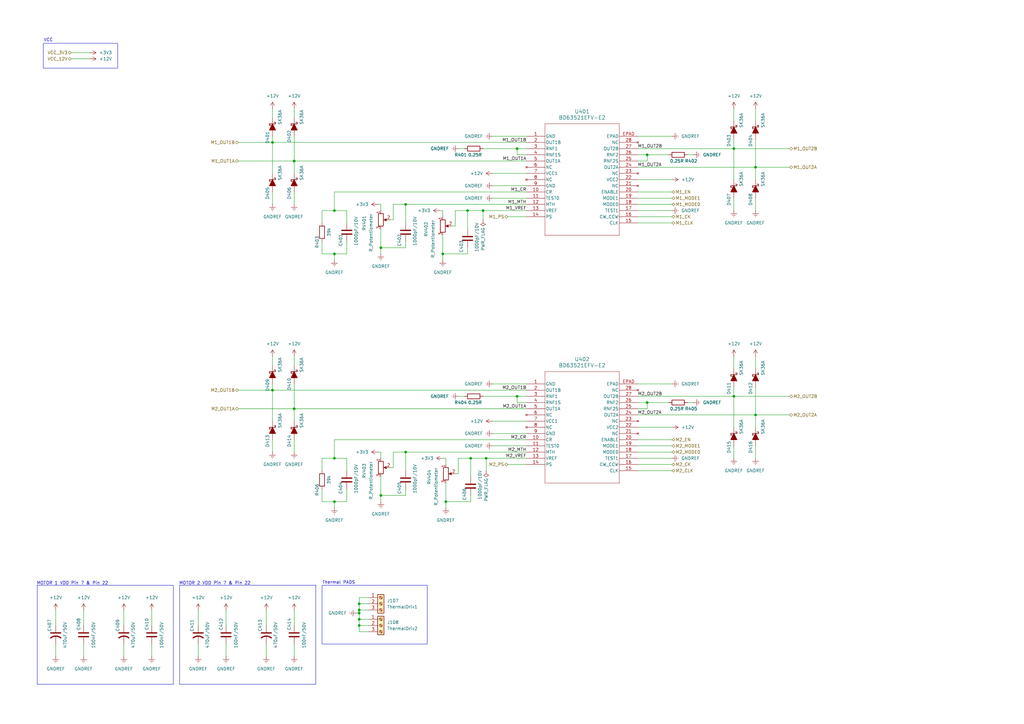
<source format=kicad_sch>
(kicad_sch (version 20250114) (generator "eeschema") (generator_version "9.0")
  (paper "A3")
  (lib_symbols
    (symbol "BD63521EFV-E2:BD63521EFV-E2" (pin_names (offset 0.254))
      (property "Reference" "U" (at 22.86 10.16 0))
      (property "Value" "BD63521EFV-E2" (at 22.86 7.62 0))
      (symbol "BD63521EFV-E2_0_1"
        (polyline (pts (xy 7.62 5.08) (xy 7.62 -40.64)) (stroke (width 0.127)))
        (polyline (pts (xy 7.62 -40.64) (xy 38.1 -40.64)) (stroke (width 0.127)))
        (polyline (pts (xy 38.1 5.08) (xy 7.62 5.08)) (stroke (width 0.127)))
        (polyline (pts (xy 38.1 -40.64) (xy 38.1 5.08)) (stroke (width 0.127)))
        (pin power_out line (at 0 0 0) (length 7.62) (name "GND") (number "1"))
        (pin output line (at 0 -2.54 0) (length 7.62) (name "OUT1B") (number "2"))
        (pin bidirectional line (at 0 -5.08 0) (length 7.62) (name "RNF1") (number "3"))
        (pin bidirectional line (at 0 -7.62 0) (length 7.62) (name "RNF1S") (number "4"))
        (pin output line (at 0 -10.16 0) (length 7.62) (name "OUT1A") (number "5"))
        (pin no_connect line (at 0 -12.7 0) (length 7.62) (name "NC") (number "6"))
        (pin power_in line (at 0 -15.24 0) (length 7.62) (name "VCC1") (number "7"))
        (pin no_connect line (at 0 -17.78 0) (length 7.62) (name "NC") (number "8"))
        (pin power_out line (at 0 -20.32 0) (length 7.62) (name "GND") (number "9"))
        (pin unspecified line (at 0 -22.86 0) (length 7.62) (name "CR") (number "10"))
        (pin bidirectional line (at 0 -25.4 0) (length 7.62) (name "TEST0") (number "11"))
        (pin unspecified line (at 0 -27.94 0) (length 7.62) (name "MTH") (number "12"))
        (pin power_in line (at 0 -30.48 0) (length 7.62) (name "VREF") (number "13"))
        (pin unspecified line (at 0 -33.02 0) (length 7.62) (name "PS") (number "14"))
        (pin unspecified line (at 45.72 0 180) (length 7.62) (name "EPAD") (number "EPAD"))
        (pin no_connect line (at 45.72 -2.54 180) (length 7.62) (name "NC") (number "28"))
        (pin output line (at 45.72 -5.08 180) (length 7.62) (name "OUT2B") (number "27"))
        (pin bidirectional line (at 45.72 -7.62 180) (length 7.62) (name "RNF2") (number "26"))
        (pin bidirectional line (at 45.72 -10.16 180) (length 7.62) (name "RNF2S") (number "25"))
        (pin output line (at 45.72 -12.7 180) (length 7.62) (name "OUT2A") (number "24"))
        (pin no_connect line (at 45.72 -15.24 180) (length 7.62) (name "NC") (number "23"))
        (pin power_in line (at 45.72 -17.78 180) (length 7.62) (name "VCC2") (number "22"))
        (pin no_connect line (at 45.72 -20.32 180) (length 7.62) (name "NC") (number "21"))
        (pin unspecified line (at 45.72 -22.86 180) (length 7.62) (name "ENABLE") (number "20"))
        (pin bidirectional line (at 45.72 -25.4 180) (length 7.62) (name "MODE1") (number "19"))
        (pin bidirectional line (at 45.72 -27.94 180) (length 7.62) (name "MODE0") (number "18"))
        (pin bidirectional line (at 45.72 -30.48 180) (length 7.62) (name "TEST1") (number "17"))
        (pin unspecified line (at 45.72 -33.02 180) (length 7.62) (name "CW_CCW") (number "16"))
        (pin unspecified line (at 45.72 -35.56 180) (length 7.62) (name "CLK") (number "15"))
      )
    )
    (symbol "Connector:Screw_Terminal_01x03" (pin_names (offset 1.016) (hide yes))
      (property "Reference" "J" (at 0 5.08 0))
      (property "Value" "Screw_Terminal_01x03" (at 0 -5.08 0))
      (symbol "Screw_Terminal_01x03_1_1"
        (rectangle (start -1.27 3.81) (end 1.27 -3.81) (stroke (width 0.254)) (fill (type background)))
        (polyline (pts (xy -0.5334 2.8702) (xy 0.3302 2.032)) (stroke (width 0.1524)))
        (polyline (pts (xy -0.5334 0.3302) (xy 0.3302 -0.508)) (stroke (width 0.1524)))
        (polyline (pts (xy -0.5334 -2.2098) (xy 0.3302 -3.048)) (stroke (width 0.1524)))
        (polyline (pts (xy -0.3556 3.048) (xy 0.508 2.2098)) (stroke (width 0.1524)))
        (polyline (pts (xy -0.3556 0.508) (xy 0.508 -0.3302)) (stroke (width 0.1524)))
        (polyline (pts (xy -0.3556 -2.032) (xy 0.508 -2.8702)) (stroke (width 0.1524)))
        (circle (center 0 2.54) (radius 0.635) (stroke (width 0.1524)))
        (circle (center 0 0) (radius 0.635) (stroke (width 0.1524)))
        (circle (center 0 -2.54) (radius 0.635) (stroke (width 0.1524)))
        (pin passive line (at -5.08 2.54 0) (length 3.81) (name "Pin_1") (number "1"))
        (pin passive line (at -5.08 0 0) (length 3.81) (name "Pin_2") (number "2"))
        (pin passive line (at -5.08 -2.54 0) (length 3.81) (name "Pin_3") (number "3"))
      )
    )
    (symbol "Device:C" (pin_numbers (hide yes)) (pin_names (offset 0.254))
      (property "Reference" "C" (at 0.635 2.54 0))
      (property "Value" "C" (at 0.635 -2.54 0))
      (symbol "C_0_1"
        (polyline (pts (xy -2.032 0.762) (xy 2.032 0.762)) (stroke (width 0.508)))
        (polyline (pts (xy -2.032 -0.762) (xy 2.032 -0.762)) (stroke (width 0.508)))
      )
      (symbol "C_1_1"
        (pin passive line (at 0 3.81 270) (length 2.794) (name "~") (number "1"))
        (pin passive line (at 0 -3.81 90) (length 2.794) (name "~") (number "2"))
      )
    )
    (symbol "Device:C_US" (pin_numbers (hide yes)) (pin_names (offset 0.254) (hide yes))
      (property "Reference" "C" (at 0.635 2.54 0))
      (property "Value" "C_US" (at 0.635 -2.54 0))
      (symbol "C_US_0_1"
        (polyline (pts (xy -2.032 0.762) (xy 2.032 0.762)) (stroke (width 0.508)))
        (arc (start -2.032 -1.27) (mid 0 -0.5572) (end 2.032 -1.27) (stroke (width 0.508)))
      )
      (symbol "C_US_1_1"
        (pin passive line (at 0 3.81 270) (length 2.794) (name "~") (number "1"))
        (pin passive line (at 0 -3.81 90) (length 3.302) (name "~") (number "2"))
      )
    )
    (symbol "Device:D_Schottky_Filled" (pin_numbers (hide yes)) (pin_names (offset 1.016) (hide yes))
      (property "Reference" "D" (at 0 2.54 0))
      (property "Value" "D_Schottky_Filled" (at 0 -2.54 0))
      (symbol "D_Schottky_Filled_0_1"
        (polyline (pts (xy -1.905 0.635) (xy -1.905 1.27) (xy -1.27 1.27) (xy -1.27 -1.27) (xy -0.635 -1.27) (xy -0.635 -0.635)) (stroke (width 0.254)))
        (polyline (pts (xy 1.27 1.27) (xy 1.27 -1.27) (xy -1.27 0) (xy 1.27 1.27)) (stroke (width 0.254)) (fill (type outline)))
        (polyline (pts (xy 1.27 0) (xy -1.27 0)))
      )
      (symbol "D_Schottky_Filled_1_1"
        (pin passive line (at -3.81 0 0) (length 2.54) (name "K") (number "1"))
        (pin passive line (at 3.81 0 180) (length 2.54) (name "A") (number "2"))
      )
    )
    (symbol "Device:R" (pin_numbers (hide yes)) (pin_names (offset 0))
      (property "Reference" "R" (at 2.032 0 90))
      (property "Value" "R" (at 0 0 90))
      (symbol "R_0_1"
        (rectangle (start -1.016 -2.54) (end 1.016 2.54) (stroke (width 0.254)))
      )
      (symbol "R_1_1"
        (pin passive line (at 0 3.81 270) (length 1.27) (name "~") (number "1"))
        (pin passive line (at 0 -3.81 90) (length 1.27) (name "~") (number "2"))
      )
    )
    (symbol "Device:R_Potentiometer" (pin_names (offset 1.016) (hide yes))
      (property "Reference" "RV" (at -4.445 0 90))
      (property "Value" "R_Potentiometer" (at -2.54 0 90))
      (symbol "R_Potentiometer_0_1"
        (rectangle (start 1.016 2.54) (end -1.016 -2.54) (stroke (width 0.254)))
        (polyline (pts (xy 1.143 0) (xy 2.286 0.508) (xy 2.286 -0.508) (xy 1.143 0)) (fill (type outline)))
        (polyline (pts (xy 2.54 0) (xy 1.524 0)))
      )
      (symbol "R_Potentiometer_1_1"
        (pin passive line (at 0 3.81 270) (length 1.27) (name "1") (number "1"))
        (pin passive line (at 0 -3.81 90) (length 1.27) (name "3") (number "3"))
        (pin passive line (at 3.81 0 180) (length 1.27) (name "2") (number "2"))
      )
    )
    (symbol "power:+24V" (power) (pin_numbers (hide yes)) (pin_names (offset 0) (hide yes))
      (property "Value" "+24V" (at 0 3.556 0))
      (symbol "+24V_0_1"
        (polyline (pts (xy -0.762 1.27) (xy 0 2.54)))
        (polyline (pts (xy 0 2.54) (xy 0.762 1.27)))
        (polyline (pts (xy 0 0) (xy 0 2.54)))
      )
      (symbol "+24V_1_1"
        (pin power_in line (at 0 0 90) (length 0) (name "~") (number "1"))
      )
    )
    (symbol "power:+3V3" (power) (pin_numbers (hide yes)) (pin_names (offset 0) (hide yes))
      (property "Value" "+3V3" (at 0 3.556 0))
      (symbol "+3V3_0_1"
        (polyline (pts (xy -0.762 1.27) (xy 0 2.54)))
        (polyline (pts (xy 0 2.54) (xy 0.762 1.27)))
        (polyline (pts (xy 0 0) (xy 0 2.54)))
      )
      (symbol "+3V3_1_1"
        (pin power_in line (at 0 0 90) (length 0) (name "~") (number "1"))
      )
    )
    (symbol "power:GNDREF" (power) (pin_numbers (hide yes)) (pin_names (offset 0) (hide yes))
      (property "Value" "GNDREF" (at 0 -3.81 0))
      (symbol "GNDREF_0_1"
        (polyline (pts (xy -0.635 -1.905) (xy 0.635 -1.905)))
        (polyline (pts (xy -0.127 -2.54) (xy 0.127 -2.54)))
        (polyline (pts (xy 0 -1.27) (xy 0 0)))
        (polyline (pts (xy 1.27 -1.27) (xy -1.27 -1.27)))
      )
      (symbol "GNDREF_1_1"
        (pin power_in line (at 0 0 270) (length 0) (name "~") (number "1"))
      )
    )
    (symbol "power:PWR_FLAG" (power) (pin_numbers (hide yes)) (pin_names (offset 0) (hide yes))
      (property "Value" "PWR_FLAG" (at 0 3.81 0))
      (symbol "PWR_FLAG_0_0"
        (pin power_out line (at 0 0 90) (length 0) (name "~") (number "1"))
      )
      (symbol "PWR_FLAG_0_1"
        (polyline (pts (xy 0 0) (xy 0 1.27) (xy -1.016 1.905) (xy 0 2.54) (xy 1.016 1.905) (xy 0 1.27)))
      )
    )
  )
  (rectangle (start 132.08 240.03) (end 175.26 264.16))
  (rectangle (start 15.24 240.03) (end 71.12 280.67))
  (rectangle (start 17.78 17.78) (end 48.26 27.94))
  (rectangle (start 73.66 240.03) (end 129.54 280.67))
  (text "MOTOR 2 VDD Pin 7 & Pin 22" (at 88.138 239.268 0) (effects (font (size 1.27 1.27))))
  (text "VCC" (at 19.812 16.51 0) (effects (font (size 1.27 1.27))))
  (text "MOTOR 1 VDD Pin 7 & Pin 22" (at 29.718 239.268 0) (effects (font (size 1.27 1.27))))
  (text "Thermal PADS" (at 138.938 239.014 0) (effects (font (size 1.27 1.27))))
  (junction (at 120.65 66.04))
  (junction (at 212.09 162.56))
  (junction (at 156.21 203.2))
  (junction (at 156.21 101.6))
  (junction (at 147.32 250.19))
  (junction (at 137.16 86.36))
  (junction (at 198.12 86.36))
  (junction (at 300.99 162.56))
  (junction (at 111.76 58.42))
  (junction (at 193.04 187.96))
  (junction (at 137.16 205.74))
  (junction (at 300.99 60.96))
  (junction (at 147.32 256.54))
  (junction (at 137.16 187.96))
  (junction (at 265.43 165.1))
  (junction (at 212.09 60.96))
  (junction (at 191.77 86.36))
  (junction (at 147.32 254))
  (junction (at 166.37 185.42))
  (junction (at 120.65 167.64))
  (junction (at 181.61 104.14))
  (junction (at 147.32 247.65))
  (junction (at 137.16 104.14))
  (junction (at 182.88 205.74))
  (junction (at 111.76 160.02))
  (junction (at 166.37 83.82))
  (junction (at 147.32 251.46))
  (junction (at 199.39 187.96))
  (junction (at 309.88 170.18))
  (junction (at 309.88 68.58))
  (junction (at 265.43 63.5))
  (wire (pts (xy 193.04 203.2) (xy 193.04 205.74)))
  (wire (pts (xy 147.32 256.54) (xy 147.32 254)))
  (wire (pts (xy 146.05 251.46) (xy 147.32 251.46)))
  (wire (pts (xy 147.32 250.19) (xy 151.13 250.19)))
  (wire (pts (xy 261.62 68.58) (xy 309.88 68.58)))
  (wire (pts (xy 300.99 158.75) (xy 300.99 162.56)))
  (wire (pts (xy 300.99 60.96) (xy 323.85 60.96)))
  (wire (pts (xy 142.24 91.44) (xy 142.24 86.36)))
  (wire (pts (xy 261.62 182.88) (xy 275.59 182.88)))
  (wire (pts (xy 156.21 101.6) (xy 166.37 101.6)))
  (wire (pts (xy 22.86 250.19) (xy 22.86 256.54)))
  (wire (pts (xy 187.96 187.96) (xy 193.04 187.96)))
  (wire (pts (xy 300.99 162.56) (xy 323.85 162.56)))
  (wire (pts (xy 191.77 86.36) (xy 191.77 93.98)))
  (wire (pts (xy 120.65 66.04) (xy 215.9 66.04)))
  (wire (pts (xy 261.62 88.9) (xy 275.59 88.9)))
  (wire (pts (xy 201.93 76.2) (xy 215.9 76.2)))
  (wire (pts (xy 142.24 86.36) (xy 137.16 86.36)))
  (wire (pts (xy 166.37 200.66) (xy 166.37 203.2)))
  (wire (pts (xy 147.32 251.46) (xy 147.32 250.19)))
  (wire (pts (xy 160.02 90.17) (xy 161.29 90.17)))
  (wire (pts (xy 201.93 157.48) (xy 215.9 157.48)))
  (wire (pts (xy 185.42 92.71) (xy 186.69 92.71)))
  (wire (pts (xy 182.88 205.74) (xy 193.04 205.74)))
  (wire (pts (xy 97.79 58.42) (xy 111.76 58.42)))
  (wire (pts (xy 181.61 104.14) (xy 191.77 104.14)))
  (wire (pts (xy 34.29 264.16) (xy 34.29 269.24)))
  (wire (pts (xy 281.94 63.5) (xy 284.48 63.5)))
  (wire (pts (xy 261.62 167.64) (xy 265.43 167.64)))
  (wire (pts (xy 156.21 203.2) (xy 156.21 205.74)))
  (wire (pts (xy 208.28 88.9) (xy 215.9 88.9)))
  (wire (pts (xy 199.39 187.96) (xy 199.39 193.04)))
  (wire (pts (xy 132.08 205.74) (xy 137.16 205.74)))
  (wire (pts (xy 81.28 250.19) (xy 81.28 256.54)))
  (wire (pts (xy 261.62 60.96) (xy 300.99 60.96)))
  (wire (pts (xy 191.77 101.6) (xy 191.77 104.14)))
  (wire (pts (xy 300.99 146.05) (xy 300.99 151.13)))
  (wire (pts (xy 156.21 101.6) (xy 156.21 104.14)))
  (wire (pts (xy 29.21 24.13) (xy 36.83 24.13)))
  (wire (pts (xy 182.88 205.74) (xy 182.88 208.28)))
  (wire (pts (xy 201.93 177.8) (xy 215.9 177.8)))
  (wire (pts (xy 201.93 55.88) (xy 215.9 55.88)))
  (wire (pts (xy 182.88 198.12) (xy 182.88 205.74)))
  (wire (pts (xy 208.28 190.5) (xy 215.9 190.5)))
  (wire (pts (xy 281.94 165.1) (xy 284.48 165.1)))
  (wire (pts (xy 261.62 73.66) (xy 275.59 73.66)))
  (wire (pts (xy 156.21 203.2) (xy 166.37 203.2)))
  (wire (pts (xy 261.62 165.1) (xy 265.43 165.1)))
  (wire (pts (xy 215.9 78.74) (xy 137.16 78.74)))
  (wire (pts (xy 190.5 162.56) (xy 187.96 162.56)))
  (wire (pts (xy 300.99 44.45) (xy 300.99 49.53)))
  (wire (pts (xy 181.61 86.36) (xy 181.61 88.9)))
  (wire (pts (xy 212.09 162.56) (xy 215.9 162.56)))
  (wire (pts (xy 261.62 81.28) (xy 275.59 81.28)))
  (wire (pts (xy 161.29 83.82) (xy 161.29 90.17)))
  (wire (pts (xy 166.37 99.06) (xy 166.37 101.6)))
  (wire (pts (xy 191.77 86.36) (xy 198.12 86.36)))
  (wire (pts (xy 147.32 247.65) (xy 147.32 245.11)))
  (wire (pts (xy 120.65 146.05) (xy 120.65 149.86)))
  (wire (pts (xy 161.29 185.42) (xy 166.37 185.42)))
  (wire (pts (xy 265.43 66.04) (xy 265.43 63.5)))
  (wire (pts (xy 309.88 146.05) (xy 309.88 151.13)))
  (wire (pts (xy 261.62 63.5) (xy 265.43 63.5)))
  (wire (pts (xy 186.69 86.36) (xy 186.69 92.71)))
  (wire (pts (xy 109.22 250.19) (xy 109.22 256.54)))
  (wire (pts (xy 261.62 157.48) (xy 275.59 157.48)))
  (wire (pts (xy 166.37 83.82) (xy 166.37 91.44)))
  (wire (pts (xy 142.24 200.66) (xy 142.24 205.74)))
  (wire (pts (xy 97.79 160.02) (xy 111.76 160.02)))
  (wire (pts (xy 109.22 264.16) (xy 109.22 269.24)))
  (wire (pts (xy 132.08 187.96) (xy 132.08 193.04)))
  (wire (pts (xy 265.43 167.64) (xy 265.43 165.1)))
  (wire (pts (xy 132.08 104.14) (xy 137.16 104.14)))
  (wire (pts (xy 120.65 66.04) (xy 120.65 71.12)))
  (wire (pts (xy 187.96 187.96) (xy 187.96 194.31)))
  (wire (pts (xy 193.04 187.96) (xy 193.04 195.58)))
  (wire (pts (xy 147.32 254) (xy 151.13 254)))
  (wire (pts (xy 215.9 63.5) (xy 212.09 63.5)))
  (wire (pts (xy 212.09 63.5) (xy 212.09 60.96)))
  (wire (pts (xy 261.62 162.56) (xy 300.99 162.56)))
  (wire (pts (xy 142.24 99.06) (xy 142.24 104.14)))
  (wire (pts (xy 156.21 185.42) (xy 156.21 187.96)))
  (wire (pts (xy 193.04 187.96) (xy 199.39 187.96)))
  (wire (pts (xy 137.16 180.34) (xy 137.16 187.96)))
  (wire (pts (xy 137.16 187.96) (xy 132.08 187.96)))
  (wire (pts (xy 92.71 264.16) (xy 92.71 269.24)))
  (wire (pts (xy 137.16 86.36) (xy 132.08 86.36)))
  (wire (pts (xy 120.65 55.88) (xy 120.65 66.04)))
  (wire (pts (xy 309.88 170.18) (xy 309.88 175.26)))
  (wire (pts (xy 111.76 58.42) (xy 111.76 71.12)))
  (wire (pts (xy 111.76 146.05) (xy 111.76 149.86)))
  (wire (pts (xy 50.8 264.16) (xy 50.8 269.24)))
  (wire (pts (xy 156.21 93.98) (xy 156.21 101.6)))
  (wire (pts (xy 120.65 264.16) (xy 120.65 269.24)))
  (wire (pts (xy 261.62 78.74) (xy 275.59 78.74)))
  (wire (pts (xy 120.65 44.45) (xy 120.65 48.26)))
  (wire (pts (xy 215.9 180.34) (xy 137.16 180.34)))
  (wire (pts (xy 309.88 68.58) (xy 309.88 73.66)))
  (wire (pts (xy 182.88 187.96) (xy 181.61 187.96)))
  (wire (pts (xy 142.24 187.96) (xy 137.16 187.96)))
  (wire (pts (xy 190.5 60.96) (xy 187.96 60.96)))
  (wire (pts (xy 92.71 250.19) (xy 92.71 256.54)))
  (wire (pts (xy 62.23 264.16) (xy 62.23 269.24)))
  (wire (pts (xy 261.62 190.5) (xy 275.59 190.5)))
  (wire (pts (xy 201.93 81.28) (xy 215.9 81.28)))
  (wire (pts (xy 261.62 86.36) (xy 275.59 86.36)))
  (wire (pts (xy 156.21 83.82) (xy 156.21 86.36)))
  (wire (pts (xy 120.65 180.34) (xy 120.65 185.42)))
  (wire (pts (xy 111.76 78.74) (xy 111.76 83.82)))
  (wire (pts (xy 142.24 104.14) (xy 137.16 104.14)))
  (wire (pts (xy 34.29 250.19) (xy 34.29 256.54)))
  (wire (pts (xy 147.32 245.11) (xy 151.13 245.11)))
  (wire (pts (xy 212.09 60.96) (xy 215.9 60.96)))
  (wire (pts (xy 201.93 182.88) (xy 215.9 182.88)))
  (wire (pts (xy 120.65 167.64) (xy 215.9 167.64)))
  (wire (pts (xy 161.29 83.82) (xy 166.37 83.82)))
  (wire (pts (xy 201.93 172.72) (xy 215.9 172.72)))
  (wire (pts (xy 261.62 193.04) (xy 275.59 193.04)))
  (wire (pts (xy 261.62 187.96) (xy 275.59 187.96)))
  (wire (pts (xy 97.79 167.64) (xy 120.65 167.64)))
  (wire (pts (xy 261.62 185.42) (xy 275.59 185.42)))
  (wire (pts (xy 29.21 21.59) (xy 36.83 21.59)))
  (wire (pts (xy 120.65 167.64) (xy 120.65 172.72)))
  (wire (pts (xy 111.76 157.48) (xy 111.76 160.02)))
  (wire (pts (xy 111.76 160.02) (xy 111.76 172.72)))
  (wire (pts (xy 198.12 60.96) (xy 212.09 60.96)))
  (wire (pts (xy 309.88 68.58) (xy 323.85 68.58)))
  (wire (pts (xy 154.94 83.82) (xy 156.21 83.82)))
  (wire (pts (xy 137.16 106.68) (xy 137.16 104.14)))
  (wire (pts (xy 147.32 256.54) (xy 151.13 256.54)))
  (wire (pts (xy 111.76 180.34) (xy 111.76 185.42)))
  (wire (pts (xy 166.37 185.42) (xy 215.9 185.42)))
  (wire (pts (xy 300.99 57.15) (xy 300.99 60.96)))
  (wire (pts (xy 147.32 250.19) (xy 147.32 247.65)))
  (wire (pts (xy 81.28 264.16) (xy 81.28 269.24)))
  (wire (pts (xy 198.12 90.17) (xy 198.12 86.36)))
  (wire (pts (xy 309.88 44.45) (xy 309.88 49.53)))
  (wire (pts (xy 300.99 81.28) (xy 300.99 86.36)))
  (wire (pts (xy 120.65 157.48) (xy 120.65 167.64)))
  (wire (pts (xy 261.62 66.04) (xy 265.43 66.04)))
  (wire (pts (xy 132.08 200.66) (xy 132.08 205.74)))
  (wire (pts (xy 215.9 165.1) (xy 212.09 165.1)))
  (wire (pts (xy 300.99 182.88) (xy 300.99 187.96)))
  (wire (pts (xy 309.88 57.15) (xy 309.88 68.58)))
  (wire (pts (xy 147.32 254) (xy 147.32 251.46)))
  (wire (pts (xy 62.23 250.19) (xy 62.23 256.54)))
  (wire (pts (xy 309.88 170.18) (xy 323.85 170.18)))
  (wire (pts (xy 120.65 78.74) (xy 120.65 83.82)))
  (wire (pts (xy 300.99 162.56) (xy 300.99 175.26)))
  (wire (pts (xy 166.37 185.42) (xy 166.37 193.04)))
  (wire (pts (xy 132.08 99.06) (xy 132.08 104.14)))
  (wire (pts (xy 201.93 71.12) (xy 215.9 71.12)))
  (wire (pts (xy 181.61 104.14) (xy 181.61 106.68)))
  (wire (pts (xy 199.39 187.96) (xy 215.9 187.96)))
  (wire (pts (xy 261.62 180.34) (xy 275.59 180.34)))
  (wire (pts (xy 160.02 191.77) (xy 161.29 191.77)))
  (wire (pts (xy 181.61 96.52) (xy 181.61 104.14)))
  (wire (pts (xy 132.08 86.36) (xy 132.08 91.44)))
  (wire (pts (xy 300.99 60.96) (xy 300.99 73.66)))
  (wire (pts (xy 111.76 160.02) (xy 215.9 160.02)))
  (wire (pts (xy 182.88 187.96) (xy 182.88 190.5)))
  (wire (pts (xy 198.12 86.36) (xy 215.9 86.36)))
  (wire (pts (xy 147.32 247.65) (xy 151.13 247.65)))
  (wire (pts (xy 265.43 165.1) (xy 274.32 165.1)))
  (wire (pts (xy 265.43 63.5) (xy 274.32 63.5)))
  (wire (pts (xy 261.62 55.88) (xy 275.59 55.88)))
  (wire (pts (xy 156.21 195.58) (xy 156.21 203.2)))
  (wire (pts (xy 212.09 165.1) (xy 212.09 162.56)))
  (wire (pts (xy 261.62 83.82) (xy 275.59 83.82)))
  (wire (pts (xy 151.13 259.08) (xy 147.32 259.08)))
  (wire (pts (xy 137.16 78.74) (xy 137.16 86.36)))
  (wire (pts (xy 137.16 208.28) (xy 137.16 205.74)))
  (wire (pts (xy 142.24 193.04) (xy 142.24 187.96)))
  (wire (pts (xy 309.88 158.75) (xy 309.88 170.18)))
  (wire (pts (xy 97.79 66.04) (xy 120.65 66.04)))
  (wire (pts (xy 166.37 83.82) (xy 215.9 83.82)))
  (wire (pts (xy 180.34 86.36) (xy 181.61 86.36)))
  (wire (pts (xy 309.88 81.28) (xy 309.88 86.36)))
  (wire (pts (xy 261.62 91.44) (xy 275.59 91.44)))
  (wire (pts (xy 111.76 55.88) (xy 111.76 58.42)))
  (wire (pts (xy 111.76 58.42) (xy 215.9 58.42)))
  (wire (pts (xy 261.62 170.18) (xy 309.88 170.18)))
  (wire (pts (xy 154.94 185.42) (xy 156.21 185.42)))
  (wire (pts (xy 120.65 250.19) (xy 120.65 256.54)))
  (wire (pts (xy 142.24 205.74) (xy 137.16 205.74)))
  (wire (pts (xy 261.62 175.26) (xy 275.59 175.26)))
  (wire (pts (xy 22.86 264.16) (xy 22.86 269.24)))
  (wire (pts (xy 50.8 250.19) (xy 50.8 256.54)))
  (wire (pts (xy 309.88 182.88) (xy 309.88 187.96)))
  (wire (pts (xy 161.29 185.42) (xy 161.29 191.77)))
  (wire (pts (xy 147.32 259.08) (xy 147.32 256.54)))
  (wire (pts (xy 111.76 44.45) (xy 111.76 48.26)))
  (wire (pts (xy 186.69 194.31) (xy 187.96 194.31)))
  (wire (pts (xy 186.69 86.36) (xy 191.77 86.36)))
  (wire (pts (xy 198.12 162.56) (xy 212.09 162.56)))
  (label "M1_MTH" (at 215.9 83.82 180))
  (label "M2_VREF" (at 215.9 187.96 180))
  (label "M1_VREF" (at 215.9 86.36 180))
  (label "M1_CR" (at 215.9 78.74 180))
  (label "M2_CR" (at 215.9 180.34 180))
  (label "M2_OUT2A" (at 261.62 170.18 0))
  (label "M1_OUT1A" (at 215.9 66.04 180))
  (label "M2_OUT1A" (at 215.9 167.64 180))
  (label "M1_OUT2A" (at 261.62 68.58 0))
  (label "M2_OUT1B" (at 215.9 160.02 180))
  (label "M1_OUT1B" (at 215.9 58.42 180))
  (label "M1_OUT2B" (at 261.62 60.96 0))
  (label "M2_OUT2B" (at 261.62 162.56 0))
  (label "M2_MTH" (at 215.9 185.42 180))
  (hierarchical_label "M2_EN" (shape bidirectional) (at 275.59 180.34 0))
  (hierarchical_label "M1_EN" (shape bidirectional) (at 275.59 78.74 0))
  (hierarchical_label "M1_OUT2B" (shape bidirectional) (at 323.85 60.96 0))
  (hierarchical_label "M1_OUT2A" (shape bidirectional) (at 323.85 68.58 0))
  (hierarchical_label "M1_OUT1A" (shape bidirectional) (at 97.79 66.04 180))
  (hierarchical_label "M1_PS" (shape bidirectional) (at 208.28 88.9 180))
  (hierarchical_label "M2_OUT1A" (shape bidirectional) (at 97.79 167.64 180))
  (hierarchical_label "M2_OUT2B" (shape bidirectional) (at 323.85 162.56 0))
  (hierarchical_label "M1_MODE0" (shape bidirectional) (at 275.59 83.82 0))
  (hierarchical_label "VCC_12V" (shape bidirectional) (at 29.21 24.13 180))
  (hierarchical_label "VCC_3V3" (shape bidirectional) (at 29.21 21.59 180))
  (hierarchical_label "M2_MODE1" (shape bidirectional) (at 275.59 182.88 0))
  (hierarchical_label "M2_OUT2A" (shape bidirectional) (at 323.85 170.18 0))
  (hierarchical_label "M1_CLK" (shape bidirectional) (at 275.59 91.44 0))
  (hierarchical_label "M2_MODE0" (shape bidirectional) (at 275.59 185.42 0))
  (hierarchical_label "M2_CK" (shape bidirectional) (at 275.59 190.5 0))
  (hierarchical_label "M2_OUT1B" (shape bidirectional) (at 97.79 160.02 180))
  (hierarchical_label "M1_OUT1B" (shape bidirectional) (at 97.79 58.42 180))
  (hierarchical_label "M2_CLK" (shape bidirectional) (at 275.59 193.04 0))
  (hierarchical_label "M2_PS" (shape bidirectional) (at 208.28 190.5 180))
  (hierarchical_label "M1_MODE1" (shape bidirectional) (at 275.59 81.28 0))
  (hierarchical_label "M1_CK" (shape bidirectional) (at 275.59 88.9 0))
  (symbol (lib_id "power:GNDREF") (at 300.99 187.96 0) (unit 1)
    (property "Reference" "#PWR0442" (effects (hide yes)))
    (property "Value" "GNDREF" (at 300.99 193.04 0))
    (property "Description" "Power symbol creates a global label with name \"GNDREF\" , reference supply ground" (effects (hide yes)))
  )
  (symbol (lib_id "power:GNDREF") (at 182.88 208.28 0) (unit 1)
    (property "Reference" "#PWR0446" (effects (hide yes)))
    (property "Value" "GNDREF" (at 182.88 213.36 0))
    (property "Description" "Power symbol creates a global label with name \"GNDREF\" , reference supply ground" (effects (hide yes)))
  )
  (symbol (lib_id "power:+24V") (at 22.86 250.19 0) (unit 1)
    (property "Reference" "#PWR0447" (effects (hide yes)))
    (property "Value" "+12V" (at 22.86 245.11 0))
    (property "Description" "Power symbol creates a global label with name \"+24V\"" (effects (hide yes)))
  )
  (symbol (lib_id "power:GNDREF") (at 275.59 55.88 90) (unit 1)
    (property "Reference" "#PWR0408" (effects (hide yes)))
    (property "Value" "GNDREF" (at 279.4 55.88 90) (effects (justify right)))
    (property "Description" "Power symbol creates a global label with name \"GNDREF\" , reference supply ground" (effects (hide yes)))
  )
  (symbol (lib_id "power:+24V") (at 50.8 250.19 0) (unit 1)
    (property "Reference" "#PWR0449" (effects (hide yes)))
    (property "Value" "+12V" (at 50.8 245.11 0))
    (property "Description" "Power symbol creates a global label with name \"+24V\"" (effects (hide yes)))
  )
  (symbol (lib_id "power:PWR_FLAG") (at 199.39 193.04 0) (mirror x) (unit 1)
    (property "Reference" "#FLG0402" (effects (hide yes)))
    (property "Value" "PWR_FLAG" (at 199.39 200.914 90))
    (property "Description" "Special symbol for telling ERC where power comes from" (effects (hide yes)))
  )
  (symbol (lib_id "Device:D_Schottky_Filled") (at 309.88 154.94 270) (unit 1)
    (property "Reference" "D412" (at 307.848 156.718 0) (effects (justify left)))
    (property "Value" "SK36A" (at 312.928 147.828 0) (effects (justify left)))
    (property "Footprint" "Diode_SMD:D_SMA" (effects (hide yes)))
    (property "Description" "Schottky diode, filled shape" (effects (hide yes)))
  )
  (symbol (lib_id "power:+24V") (at 300.99 44.45 0) (unit 1)
    (property "Reference" "#PWR0405" (effects (hide yes)))
    (property "Value" "+12V" (at 300.99 39.37 0))
    (property "Description" "Power symbol creates a global label with name \"+24V\"" (effects (hide yes)))
  )
  (symbol (lib_id "power:+3V3") (at 154.94 185.42 90) (unit 1)
    (property "Reference" "#PWR0439" (effects (hide yes)))
    (property "Value" "+3V3" (at 151.13 185.4199 90) (effects (justify left)))
    (property "Description" "Power symbol creates a global label with name \"+3V3\"" (effects (hide yes)))
  )
  (symbol (lib_id "Device:D_Schottky_Filled") (at 111.76 74.93 270) (unit 1)
    (property "Reference" "D405" (at 109.728 76.708 0) (effects (justify left)))
    (property "Value" "SK36A" (at 114.808 67.818 0) (effects (justify left)))
    (property "Footprint" "Diode_SMD:D_SMA" (effects (hide yes)))
    (property "Description" "Schottky diode, filled shape" (effects (hide yes)))
  )
  (symbol (lib_id "power:GNDREF") (at 309.88 187.96 0) (unit 1)
    (property "Reference" "#PWR0443" (effects (hide yes)))
    (property "Value" "GNDREF" (at 309.88 193.04 0))
    (property "Description" "Power symbol creates a global label with name \"GNDREF\" , reference supply ground" (effects (hide yes)))
  )
  (symbol (lib_id "power:+24V") (at 120.65 250.19 0) (unit 1)
    (property "Reference" "#PWR0454" (effects (hide yes)))
    (property "Value" "+12V" (at 120.65 245.11 0))
    (property "Description" "Power symbol creates a global label with name \"+24V\"" (effects (hide yes)))
  )
  (symbol (lib_id "power:+24V") (at 300.99 146.05 0) (unit 1)
    (property "Reference" "#PWR0427" (effects (hide yes)))
    (property "Value" "+12V" (at 300.99 140.97 0))
    (property "Description" "Power symbol creates a global label with name \"+24V\"" (effects (hide yes)))
  )
  (symbol (lib_id "power:GNDREF") (at 120.65 83.82 0) (unit 1)
    (property "Reference" "#PWR0416" (effects (hide yes)))
    (property "Value" "GNDREF" (at 120.65 88.9 0))
    (property "Description" "Power symbol creates a global label with name \"GNDREF\" , reference supply ground" (effects (hide yes)))
  )
  (symbol (lib_id "Device:C") (at 166.37 95.25 0) (unit 1)
    (property "Reference" "C402" (at 163.83 101.092 90) (effects (justify left)))
    (property "Value" "1000pF/10V" (at 170.18 100.838 90) (effects (justify left)))
    (property "Footprint" "Capacitor_SMD:C_0603_1608Metric" (effects (hide yes)))
    (property "Description" "Unpolarized capacitor" (effects (hide yes)))
  )
  (symbol (lib_id "Device:D_Schottky_Filled") (at 309.88 179.07 270) (unit 1)
    (property "Reference" "D416" (at 307.848 180.848 0) (effects (justify left)))
    (property "Value" "SK36A" (at 312.928 171.958 0) (effects (justify left)))
    (property "Footprint" "Diode_SMD:D_SMA" (effects (hide yes)))
    (property "Description" "Schottky diode, filled shape" (effects (hide yes)))
  )
  (symbol (lib_id "Device:C") (at 120.65 260.35 0) (unit 1)
    (property "Reference" "C414" (at 118.618 258.572 90) (effects (justify left)))
    (property "Value" "100nF/50V" (at 124.714 265.938 90) (effects (justify left)))
    (property "Footprint" "Capacitor_SMD:C_0603_1608Metric" (effects (hide yes)))
    (property "Description" "Unpolarized capacitor" (effects (hide yes)))
    (property "Voltage" "50V" (effects (hide yes)))
    (property "TempRange" "X5R" (effects (hide yes)))
  )
  (symbol (lib_id "Device:C") (at 142.24 95.25 0) (unit 1)
    (property "Reference" "C401" (at 139.7 101.092 90) (effects (justify left)))
    (property "Value" "1000pF/10V" (at 146.05 100.838 90) (effects (justify left)))
    (property "Footprint" "Capacitor_SMD:C_0603_1608Metric" (effects (hide yes)))
    (property "Description" "Unpolarized capacitor" (effects (hide yes)))
  )
  (symbol (lib_id "power:GNDREF") (at 146.05 251.46 270) (unit 1)
    (property "Reference" "#PWR0109" (effects (hide yes)))
    (property "Value" "GNDREF" (at 142.24 251.4599 90) (effects (justify right)))
    (property "Description" "Power symbol creates a global label with name \"GNDREF\" , reference supply ground" (effects (hide yes)))
  )
  (symbol (lib_id "power:GNDREF") (at 92.71 269.24 0) (unit 1)
    (property "Reference" "#PWR0460" (effects (hide yes)))
    (property "Value" "GNDREF" (at 92.71 274.32 0))
    (property "Description" "Power symbol creates a global label with name \"GNDREF\" , reference supply ground" (effects (hide yes)))
  )
  (symbol (lib_id "Device:C") (at 191.77 97.79 0) (unit 1)
    (property "Reference" "C403" (at 189.23 103.632 90) (effects (justify left)))
    (property "Value" "1000pF/10V" (at 195.58 103.378 90) (effects (justify left)))
    (property "Footprint" "Capacitor_SMD:C_0603_1608Metric" (effects (hide yes)))
    (property "Description" "Unpolarized capacitor" (effects (hide yes)))
  )
  (symbol (lib_id "power:+24V") (at 120.65 44.45 0) (unit 1)
    (property "Reference" "#PWR0404" (effects (hide yes)))
    (property "Value" "+12V" (at 120.65 39.37 0))
    (property "Description" "Power symbol creates a global label with name \"+24V\"" (effects (hide yes)))
  )
  (symbol (lib_id "power:+3V3") (at 180.34 86.36 90) (unit 1)
    (property "Reference" "#PWR0418" (effects (hide yes)))
    (property "Value" "+3V3" (at 176.53 86.3599 90) (effects (justify left)))
    (property "Description" "Power symbol creates a global label with name \"+3V3\"" (effects (hide yes)))
  )
  (symbol (lib_id "Device:D_Schottky_Filled") (at 300.99 77.47 270) (unit 1)
    (property "Reference" "D407" (at 298.958 79.248 0) (effects (justify left)))
    (property "Value" "SK36A" (at 304.038 70.358 0) (effects (justify left)))
    (property "Footprint" "Diode_SMD:D_SMA" (effects (hide yes)))
    (property "Description" "Schottky diode, filled shape" (effects (hide yes)))
  )
  (symbol (lib_id "power:+24V") (at 34.29 250.19 0) (unit 1)
    (property "Reference" "#PWR0448" (effects (hide yes)))
    (property "Value" "+12V" (at 34.29 245.11 0))
    (property "Description" "Power symbol creates a global label with name \"+24V\"" (effects (hide yes)))
  )
  (symbol (lib_id "Device:R_Potentiometer") (at 156.21 191.77 0) (unit 1)
    (property "Reference" "RV403" (at 149.352 189.992 90) (effects (justify right)))
    (property "Value" "R_Potentiometer" (at 152.146 189.23 90) (effects (justify right)))
    (property "Footprint" "Potentiometer_SMD:Potentiometer_Bourns_TC33X_Vertical" (effects (hide yes)))
    (property "Description" "Potentiometer" (effects (hide yes)))
  )
  (symbol (lib_id "power:GNDREF") (at 201.93 55.88 270) (unit 1)
    (property "Reference" "#PWR0407" (effects (hide yes)))
    (property "Value" "GNDREF" (at 198.12 55.8799 90) (effects (justify right)))
    (property "Description" "Power symbol creates a global label with name \"GNDREF\" , reference supply ground" (effects (hide yes)))
  )
  (symbol (lib_id "Device:C") (at 34.29 260.35 0) (unit 1)
    (property "Reference" "C408" (at 32.258 258.572 90) (effects (justify left)))
    (property "Value" "100nF/50V" (at 38.354 265.938 90) (effects (justify left)))
    (property "Footprint" "Capacitor_SMD:C_0603_1608Metric" (effects (hide yes)))
    (property "Description" "Unpolarized capacitor" (effects (hide yes)))
    (property "Voltage" "50V" (effects (hide yes)))
    (property "TempRange" "X5R" (effects (hide yes)))
  )
  (symbol (lib_id "Device:R") (at 132.08 95.25 0) (unit 1)
    (property "Reference" "R403" (at 130.048 101.854 90) (effects (justify left)))
    (property "Value" "39k" (at 134.874 97.028 90) (effects (justify left)))
    (property "Footprint" "Resistor_SMD:R_0603_1608Metric" (effects (hide yes)))
    (property "Description" "Resistor" (effects (hide yes)))
  )
  (symbol (lib_id "power:GNDREF") (at 187.96 162.56 270) (unit 1)
    (property "Reference" "#PWR0431" (effects (hide yes)))
    (property "Value" "GNDREF" (at 184.15 162.5601 90) (effects (justify right)))
    (property "Description" "Power symbol creates a global label with name \"GNDREF\" , reference supply ground" (effects (hide yes)))
  )
  (symbol (lib_id "power:GNDREF") (at 109.22 269.24 0) (unit 1)
    (property "Reference" "#PWR0461" (effects (hide yes)))
    (property "Value" "GNDREF" (at 109.22 274.32 0))
    (property "Description" "Power symbol creates a global label with name \"GNDREF\" , reference supply ground" (effects (hide yes)))
  )
  (symbol (lib_id "Device:D_Schottky_Filled") (at 120.65 74.93 270) (unit 1)
    (property "Reference" "D406" (at 118.618 76.708 0) (effects (justify left)))
    (property "Value" "SK36A" (at 123.698 67.818 0) (effects (justify left)))
    (property "Footprint" "Diode_SMD:D_SMA" (effects (hide yes)))
    (property "Description" "Schottky diode, filled shape" (effects (hide yes)))
  )
  (symbol (lib_id "power:GNDREF") (at 120.65 185.42 0) (unit 1)
    (property "Reference" "#PWR0438" (effects (hide yes)))
    (property "Value" "GNDREF" (at 120.65 190.5 0))
    (property "Description" "Power symbol creates a global label with name \"GNDREF\" , reference supply ground" (effects (hide yes)))
  )
  (symbol (lib_id "Device:R_Potentiometer") (at 156.21 90.17 0) (unit 1)
    (property "Reference" "RV401" (at 149.352 88.392 90) (effects (justify right)))
    (property "Value" "R_Potentiometer" (at 152.146 87.63 90) (effects (justify right)))
    (property "Footprint" "Potentiometer_SMD:Potentiometer_Bourns_TC33X_Vertical" (effects (hide yes)))
    (property "Description" "Potentiometer" (effects (hide yes)))
  )
  (symbol (lib_id "power:GNDREF") (at 34.29 269.24 0) (unit 1)
    (property "Reference" "#PWR0456" (effects (hide yes)))
    (property "Value" "GNDREF" (at 34.29 274.32 0))
    (property "Description" "Power symbol creates a global label with name \"GNDREF\" , reference supply ground" (effects (hide yes)))
  )
  (symbol (lib_id "Device:C") (at 62.23 260.35 0) (unit 1)
    (property "Reference" "C410" (at 60.198 258.572 90) (effects (justify left)))
    (property "Value" "100nF/50V" (at 66.294 265.938 90) (effects (justify left)))
    (property "Footprint" "Capacitor_SMD:C_0603_1608Metric" (effects (hide yes)))
    (property "Description" "Unpolarized capacitor" (effects (hide yes)))
    (property "Voltage" "50V" (effects (hide yes)))
    (property "TempRange" "X5R" (effects (hide yes)))
  )
  (symbol (lib_id "power:+3V3") (at 154.94 83.82 90) (unit 1)
    (property "Reference" "#PWR0417" (effects (hide yes)))
    (property "Value" "+3V3" (at 151.13 83.8199 90) (effects (justify left)))
    (property "Description" "Power symbol creates a global label with name \"+3V3\"" (effects (hide yes)))
  )
  (symbol (lib_id "power:GNDREF") (at 111.76 185.42 0) (unit 1)
    (property "Reference" "#PWR0437" (effects (hide yes)))
    (property "Value" "GNDREF" (at 111.76 190.5 0))
    (property "Description" "Power symbol creates a global label with name \"GNDREF\" , reference supply ground" (effects (hide yes)))
  )
  (symbol (lib_id "Device:D_Schottky_Filled") (at 300.99 179.07 270) (unit 1)
    (property "Reference" "D415" (at 298.958 180.848 0) (effects (justify left)))
    (property "Value" "SK36A" (at 304.038 171.958 0) (effects (justify left)))
    (property "Footprint" "Diode_SMD:D_SMA" (effects (hide yes)))
    (property "Description" "Schottky diode, filled shape" (effects (hide yes)))
  )
  (symbol (lib_id "power:PWR_FLAG") (at 198.12 90.17 0) (mirror x) (unit 1)
    (property "Reference" "#FLG0401" (effects (hide yes)))
    (property "Value" "PWR_FLAG" (at 198.12 98.044 90))
    (property "Description" "Special symbol for telling ERC where power comes from" (effects (hide yes)))
  )
  (symbol (lib_id "power:+24V") (at 201.93 71.12 90) (unit 1)
    (property "Reference" "#PWR0411" (effects (hide yes)))
    (property "Value" "+12V" (at 198.12 71.1199 90) (effects (justify left)))
    (property "Description" "Power symbol creates a global label with name \"+24V\"" (effects (hide yes)))
  )
  (symbol (lib_id "Device:D_Schottky_Filled") (at 300.99 53.34 270) (unit 1)
    (property "Reference" "D403" (at 298.958 55.118 0) (effects (justify left)))
    (property "Value" "SK36A" (at 304.038 46.228 0) (effects (justify left)))
    (property "Footprint" "Diode_SMD:D_SMA" (effects (hide yes)))
    (property "Description" "Schottky diode, filled shape" (effects (hide yes)))
  )
  (symbol (lib_id "power:+24V") (at 62.23 250.19 0) (unit 1)
    (property "Reference" "#PWR0450" (effects (hide yes)))
    (property "Value" "+12V" (at 62.23 245.11 0))
    (property "Description" "Power symbol creates a global label with name \"+24V\"" (effects (hide yes)))
  )
  (symbol (lib_id "Device:D_Schottky_Filled") (at 120.65 153.67 270) (unit 1)
    (property "Reference" "D410" (at 118.618 154.94 0) (effects (justify left)))
    (property "Value" "SK36A" (at 123.698 146.558 0) (effects (justify left)))
    (property "Footprint" "Diode_SMD:D_SMA" (effects (hide yes)))
    (property "Description" "Schottky diode, filled shape" (effects (hide yes)))
  )
  (symbol (lib_id "power:+3V3") (at 181.61 187.96 90) (unit 1)
    (property "Reference" "#PWR0440" (effects (hide yes)))
    (property "Value" "+3V3" (at 177.8 187.9599 90) (effects (justify left)))
    (property "Description" "Power symbol creates a global label with name \"+3V3\"" (effects (hide yes)))
  )
  (symbol (lib_id "BD63521EFV-E2:BD63521EFV-E2") (at 215.9 55.88 0) (unit 1)
    (property "Reference" "U401" (at 238.76 45.72 0) (effects (font (size 1.524 1.524))))
    (property "Value" "BD63521EFV-E2" (at 238.76 48.26 0) (effects (font (size 1.524 1.524))))
    (property "Footprint" "HTSSOP-B28_ROM:HTSSOP-B28_ROM" (effects (hide yes)))
    (property "Datasheet" "BD63521EFV-E2" (effects (hide yes)))
  )
  (symbol (lib_id "power:GNDREF") (at 201.93 182.88 270) (unit 1)
    (property "Reference" "#PWR0436" (effects (hide yes)))
    (property "Value" "GNDREF" (at 198.12 182.8799 90) (effects (justify right)))
    (property "Description" "Power symbol creates a global label with name \"GNDREF\" , reference supply ground" (effects (hide yes)))
  )
  (symbol (lib_id "power:GNDREF") (at 50.8 269.24 0) (unit 1)
    (property "Reference" "#PWR0457" (effects (hide yes)))
    (property "Value" "GNDREF" (at 50.8 274.32 0))
    (property "Description" "Power symbol creates a global label with name \"GNDREF\" , reference supply ground" (effects (hide yes)))
  )
  (symbol (lib_id "Device:R") (at 194.31 60.96 270) (unit 1)
    (property "Reference" "R401" (at 188.976 63.5 90))
    (property "Value" "0.25R" (at 194.818 63.5 90))
    (property "Footprint" "Resistor_SMD:R_2512_6332Metric" (effects (hide yes)))
    (property "Description" "Resistor" (effects (hide yes)))
  )
  (symbol (lib_id "power:GNDREF") (at 137.16 208.28 0) (unit 1)
    (property "Reference" "#PWR0445" (effects (hide yes)))
    (property "Value" "GNDREF" (at 137.16 213.36 0))
    (property "Description" "Power symbol creates a global label with name \"GNDREF\" , reference supply ground" (effects (hide yes)))
  )
  (symbol (lib_id "power:+24V") (at 275.59 73.66 270) (unit 1)
    (property "Reference" "#PWR0412" (effects (hide yes)))
    (property "Value" "+12V" (at 279.4 73.6599 90) (effects (justify left)))
    (property "Description" "Power symbol creates a global label with name \"+24V\"" (effects (hide yes)))
  )
  (symbol (lib_id "power:+24V") (at 275.59 175.26 270) (unit 1)
    (property "Reference" "#PWR0434" (effects (hide yes)))
    (property "Value" "+12V" (at 279.4 175.2599 90) (effects (justify left)))
    (property "Description" "Power symbol creates a global label with name \"+24V\"" (effects (hide yes)))
  )
  (symbol (lib_id "Device:R") (at 132.08 196.85 0) (unit 1)
    (property "Reference" "R406" (at 130.048 203.454 90) (effects (justify left)))
    (property "Value" "39k" (at 134.874 198.628 90) (effects (justify left)))
    (property "Footprint" "Resistor_SMD:R_0603_1608Metric" (effects (hide yes)))
    (property "Description" "Resistor" (effects (hide yes)))
  )
  (symbol (lib_id "power:GNDREF") (at 201.93 81.28 270) (unit 1)
    (property "Reference" "#PWR0414" (effects (hide yes)))
    (property "Value" "GNDREF" (at 198.12 81.2799 90) (effects (justify right)))
    (property "Description" "Power symbol creates a global label with name \"GNDREF\" , reference supply ground" (effects (hide yes)))
  )
  (symbol (lib_id "power:GNDREF") (at 309.88 86.36 0) (unit 1)
    (property "Reference" "#PWR0421" (effects (hide yes)))
    (property "Value" "GNDREF" (at 309.88 91.44 0))
    (property "Description" "Power symbol creates a global label with name \"GNDREF\" , reference supply ground" (effects (hide yes)))
  )
  (symbol (lib_id "Device:D_Schottky_Filled") (at 300.99 154.94 270) (unit 1)
    (property "Reference" "D411" (at 298.958 156.718 0) (effects (justify left)))
    (property "Value" "SK36A" (at 304.038 147.828 0) (effects (justify left)))
    (property "Footprint" "Diode_SMD:D_SMA" (effects (hide yes)))
    (property "Description" "Schottky diode, filled shape" (effects (hide yes)))
  )
  (symbol (lib_id "power:GNDREF") (at 187.96 60.96 270) (unit 1)
    (property "Reference" "#PWR0409" (effects (hide yes)))
    (property "Value" "GNDREF" (at 184.15 60.9601 90) (effects (justify right)))
    (property "Description" "Power symbol creates a global label with name \"GNDREF\" , reference supply ground" (effects (hide yes)))
  )
  (symbol (lib_id "Device:R_Potentiometer") (at 181.61 92.71 0) (unit 1)
    (property "Reference" "RV402" (at 174.752 90.932 90) (effects (justify right)))
    (property "Value" "R_Potentiometer" (at 177.546 90.17 90) (effects (justify right)))
    (property "Footprint" "Potentiometer_SMD:Potentiometer_Bourns_TC33X_Vertical" (effects (hide yes)))
    (property "Description" "Potentiometer" (effects (hide yes)))
  )
  (symbol (lib_id "Device:D_Schottky_Filled") (at 111.76 52.07 270) (unit 1)
    (property "Reference" "D401" (at 109.728 53.848 0) (effects (justify left)))
    (property "Value" "SK36A" (at 114.808 44.958 0) (effects (justify left)))
    (property "Footprint" "Diode_SMD:D_SMA" (effects (hide yes)))
    (property "Description" "Schottky diode, filled shape" (effects (hide yes)))
  )
  (symbol (lib_id "Device:C") (at 142.24 196.85 0) (unit 1)
    (property "Reference" "C404" (at 139.7 202.692 90) (effects (justify left)))
    (property "Value" "1000pF/10V" (at 146.05 202.438 90) (effects (justify left)))
    (property "Footprint" "Capacitor_SMD:C_0603_1608Metric" (effects (hide yes)))
    (property "Description" "Unpolarized capacitor" (effects (hide yes)))
  )
  (symbol (lib_id "power:+24V") (at 309.88 146.05 0) (unit 1)
    (property "Reference" "#PWR0428" (effects (hide yes)))
    (property "Value" "+12V" (at 309.88 140.97 0))
    (property "Description" "Power symbol creates a global label with name \"+24V\"" (effects (hide yes)))
  )
  (symbol (lib_id "Connector:Screw_Terminal_01x03") (at 156.21 247.65 0) (unit 1)
    (property "Reference" "J107" (at 158.75 246.3799 0) (effects (justify left)))
    (property "Value" "ThermalDriv1" (at 158.75 248.9199 0) (effects (justify left)))
    (property "Footprint" "Prova_Ricard_Driver_footprint:PinHeader_1x03_P1.27mm_Vertical" (effects (hide yes)))
    (property "Description" "Generic screw terminal, single row, 01x03, script generated (kicad-library-utils/schlib/autogen/connector/)" (effects (hide yes)))
  )
  (symbol (lib_id "Device:C_US") (at 22.86 260.35 0) (unit 1)
    (property "Reference" "C407" (at 20.32 259.08 90) (effects (justify left)))
    (property "Value" "470uF/50V" (at 26.67 265.938 90) (effects (justify left)))
    (property "Footprint" "Capacitor_SMD:C_Elec_10x10.2" (effects (hide yes)))
    (property "Description" "capacitor, US symbol" (effects (hide yes)))
    (property "Voltage" "50V" (effects (hide yes)))
  )
  (symbol (lib_id "power:GNDREF") (at 22.86 269.24 0) (unit 1)
    (property "Reference" "#PWR0455" (effects (hide yes)))
    (property "Value" "GNDREF" (at 22.86 274.32 0))
    (property "Description" "Power symbol creates a global label with name \"GNDREF\" , reference supply ground" (effects (hide yes)))
  )
  (symbol (lib_id "Device:R") (at 278.13 165.1 90) (unit 1)
    (property "Reference" "R405" (at 283.464 167.64 90))
    (property "Value" "0.25R" (at 277.622 167.64 90))
    (property "Footprint" "Resistor_SMD:R_2512_6332Metric" (effects (hide yes)))
    (property "Description" "Resistor" (effects (hide yes)))
  )
  (symbol (lib_id "power:GNDREF") (at 81.28 269.24 0) (unit 1)
    (property "Reference" "#PWR0459" (effects (hide yes)))
    (property "Value" "GNDREF" (at 81.28 274.32 0))
    (property "Description" "Power symbol creates a global label with name \"GNDREF\" , reference supply ground" (effects (hide yes)))
  )
  (symbol (lib_id "power:GNDREF") (at 156.21 205.74 0) (unit 1)
    (property "Reference" "#PWR0444" (effects (hide yes)))
    (property "Value" "GNDREF" (at 156.21 210.82 0))
    (property "Description" "Power symbol creates a global label with name \"GNDREF\" , reference supply ground" (effects (hide yes)))
  )
  (symbol (lib_id "Device:C_US") (at 81.28 260.35 0) (unit 1)
    (property "Reference" "C411" (at 78.74 259.08 90) (effects (justify left)))
    (property "Value" "470uF/50V" (at 85.09 265.938 90) (effects (justify left)))
    (property "Footprint" "Capacitor_SMD:C_Elec_10x10.2" (effects (hide yes)))
    (property "Description" "capacitor, US symbol" (effects (hide yes)))
    (property "Voltage" "50V" (effects (hide yes)))
  )
  (symbol (lib_id "power:+3V3") (at 36.83 21.59 270) (unit 1)
    (property "Reference" "#PWR0401" (effects (hide yes)))
    (property "Value" "+3V3" (at 40.64 21.5899 90) (effects (justify left)))
    (property "Description" "Power symbol creates a global label with name \"+3V3\"" (effects (hide yes)))
  )
  (symbol (lib_id "power:+24V") (at 92.71 250.19 0) (unit 1)
    (property "Reference" "#PWR0452" (effects (hide yes)))
    (property "Value" "+12V" (at 92.71 245.11 0))
    (property "Description" "Power symbol creates a global label with name \"+24V\"" (effects (hide yes)))
  )
  (symbol (lib_id "Device:C") (at 193.04 199.39 0) (unit 1)
    (property "Reference" "C406" (at 190.5 205.232 90) (effects (justify left)))
    (property "Value" "1000pF/10V" (at 196.85 204.978 90) (effects (justify left)))
    (property "Footprint" "Capacitor_SMD:C_0603_1608Metric" (effects (hide yes)))
    (property "Description" "Unpolarized capacitor" (effects (hide yes)))
  )
  (symbol (lib_id "power:GNDREF") (at 62.23 269.24 0) (unit 1)
    (property "Reference" "#PWR0458" (effects (hide yes)))
    (property "Value" "GNDREF" (at 62.23 274.32 0))
    (property "Description" "Power symbol creates a global label with name \"GNDREF\" , reference supply ground" (effects (hide yes)))
  )
  (symbol (lib_id "power:GNDREF") (at 275.59 86.36 90) (unit 1)
    (property "Reference" "#PWR0419" (effects (hide yes)))
    (property "Value" "GNDREF" (at 279.4 86.3599 90) (effects (justify right)))
    (property "Description" "Power symbol creates a global label with name \"GNDREF\" , reference supply ground" (effects (hide yes)))
  )
  (symbol (lib_id "Device:R") (at 194.31 162.56 270) (unit 1)
    (property "Reference" "R404" (at 188.976 165.1 90))
    (property "Value" "0.25R" (at 194.818 165.1 90))
    (property "Footprint" "Resistor_SMD:R_2512_6332Metric" (effects (hide yes)))
    (property "Description" "Resistor" (effects (hide yes)))
  )
  (symbol (lib_id "Device:C_US") (at 109.22 260.35 0) (unit 1)
    (property "Reference" "C413" (at 106.68 259.08 90) (effects (justify left)))
    (property "Value" "470uF/50V" (at 113.03 265.938 90) (effects (justify left)))
    (property "Footprint" "Capacitor_SMD:C_Elec_10x10.2" (effects (hide yes)))
    (property "Description" "capacitor, US symbol" (effects (hide yes)))
    (property "Voltage" "50V" (effects (hide yes)))
  )
  (symbol (lib_id "Device:D_Schottky_Filled") (at 309.88 53.34 270) (unit 1)
    (property "Reference" "D404" (at 307.848 55.118 0) (effects (justify left)))
    (property "Value" "SK36A" (at 312.928 46.228 0) (effects (justify left)))
    (property "Footprint" "Diode_SMD:D_SMA" (effects (hide yes)))
    (property "Description" "Schottky diode, filled shape" (effects (hide yes)))
  )
  (symbol (lib_id "power:+24V") (at 111.76 44.45 0) (unit 1)
    (property "Reference" "#PWR0403" (effects (hide yes)))
    (property "Value" "+12V" (at 111.76 39.37 0))
    (property "Description" "Power symbol creates a global label with name \"+24V\"" (effects (hide yes)))
  )
  (symbol (lib_id "power:GNDREF") (at 156.21 104.14 0) (unit 1)
    (property "Reference" "#PWR0422" (effects (hide yes)))
    (property "Value" "GNDREF" (at 156.21 109.22 0))
    (property "Description" "Power symbol creates a global label with name \"GNDREF\" , reference supply ground" (effects (hide yes)))
  )
  (symbol (lib_id "power:GNDREF") (at 201.93 157.48 270) (unit 1)
    (property "Reference" "#PWR0429" (effects (hide yes)))
    (property "Value" "GNDREF" (at 198.12 157.4799 90) (effects (justify right)))
    (property "Description" "Power symbol creates a global label with name \"GNDREF\" , reference supply ground" (effects (hide yes)))
  )
  (symbol (lib_id "power:+24V") (at 111.76 146.05 0) (unit 1)
    (property "Reference" "#PWR0425" (effects (hide yes)))
    (property "Value" "+12V" (at 111.76 140.97 0))
    (property "Description" "Power symbol creates a global label with name \"+24V\"" (effects (hide yes)))
  )
  (symbol (lib_id "power:GNDREF") (at 300.99 86.36 0) (unit 1)
    (property "Reference" "#PWR0420" (effects (hide yes)))
    (property "Value" "GNDREF" (at 300.99 91.44 0))
    (property "Description" "Power symbol creates a global label with name \"GNDREF\" , reference supply ground" (effects (hide yes)))
  )
  (symbol (lib_id "power:GNDREF") (at 201.93 177.8 270) (unit 1)
    (property "Reference" "#PWR0435" (effects (hide yes)))
    (property "Value" "GNDREF" (at 198.12 177.7999 90) (effects (justify right)))
    (property "Description" "Power symbol creates a global label with name \"GNDREF\" , reference supply ground" (effects (hide yes)))
  )
  (symbol (lib_id "power:GNDREF") (at 120.65 269.24 0) (unit 1)
    (property "Reference" "#PWR0462" (effects (hide yes)))
    (property "Value" "GNDREF" (at 120.65 274.32 0))
    (property "Description" "Power symbol creates a global label with name \"GNDREF\" , reference supply ground" (effects (hide yes)))
  )
  (symbol (lib_id "Connector:Screw_Terminal_01x03") (at 156.21 256.54 0) (unit 1)
    (property "Reference" "J108" (at 158.75 255.2699 0) (effects (justify left)))
    (property "Value" "ThermalDriv2" (at 158.75 257.8099 0) (effects (justify left)))
    (property "Footprint" "Prova_Ricard_Driver_footprint:PinHeader_1x03_P1.27mm_Vertical" (effects (hide yes)))
    (property "Description" "Generic screw terminal, single row, 01x03, script generated (kicad-library-utils/schlib/autogen/connector/)" (effects (hide yes)))
  )
  (symbol (lib_id "power:+24V") (at 309.88 44.45 0) (unit 1)
    (property "Reference" "#PWR0406" (effects (hide yes)))
    (property "Value" "+12V" (at 309.88 39.37 0))
    (property "Description" "Power symbol creates a global label with name \"+24V\"" (effects (hide yes)))
  )
  (symbol (lib_id "power:+24V") (at 36.83 24.13 270) (unit 1)
    (property "Reference" "#PWR0402" (effects (hide yes)))
    (property "Value" "+12V" (at 40.64 24.1299 90) (effects (justify left)))
    (property "Description" "Power symbol creates a global label with name \"+24V\"" (effects (hide yes)))
  )
  (symbol (lib_id "power:+24V") (at 109.22 250.19 0) (unit 1)
    (property "Reference" "#PWR0453" (effects (hide yes)))
    (property "Value" "+12V" (at 109.22 245.11 0))
    (property "Description" "Power symbol creates a global label with name \"+24V\"" (effects (hide yes)))
  )
  (symbol (lib_id "Device:D_Schottky_Filled") (at 111.76 153.67 270) (unit 1)
    (property "Reference" "D409" (at 109.728 155.448 0) (effects (justify left)))
    (property "Value" "SK36A" (at 114.808 146.558 0) (effects (justify left)))
    (property "Footprint" "Diode_SMD:D_SMA" (effects (hide yes)))
    (property "Description" "Schottky diode, filled shape" (effects (hide yes)))
  )
  (symbol (lib_id "power:+24V") (at 81.28 250.19 0) (unit 1)
    (property "Reference" "#PWR0451" (effects (hide yes)))
    (property "Value" "+12V" (at 81.28 245.11 0))
    (property "Description" "Power symbol creates a global label with name \"+24V\"" (effects (hide yes)))
  )
  (symbol (lib_id "Device:C") (at 92.71 260.35 0) (unit 1)
    (property "Reference" "C412" (at 90.678 258.572 90) (effects (justify left)))
    (property "Value" "100nF/50V" (at 96.774 265.938 90) (effects (justify left)))
    (property "Footprint" "Capacitor_SMD:C_0603_1608Metric" (effects (hide yes)))
    (property "Description" "Unpolarized capacitor" (effects (hide yes)))
    (property "Voltage" "50V" (effects (hide yes)))
    (property "TempRange" "X5R" (effects (hide yes)))
  )
  (symbol (lib_id "power:+24V") (at 120.65 146.05 0) (unit 1)
    (property "Reference" "#PWR0426" (effects (hide yes)))
    (property "Value" "+12V" (at 120.65 140.97 0))
    (property "Description" "Power symbol creates a global label with name \"+24V\"" (effects (hide yes)))
  )
  (symbol (lib_id "power:+24V") (at 201.93 172.72 90) (unit 1)
    (property "Reference" "#PWR0433" (effects (hide yes)))
    (property "Value" "+12V" (at 198.12 172.7199 90) (effects (justify left)))
    (property "Description" "Power symbol creates a global label with name \"+24V\"" (effects (hide yes)))
  )
  (symbol (lib_id "Device:R") (at 278.13 63.5 90) (unit 1)
    (property "Reference" "R402" (at 283.464 66.04 90))
    (property "Value" "0.25R" (at 277.622 66.04 90))
    (property "Footprint" "Resistor_SMD:R_2512_6332Metric" (effects (hide yes)))
    (property "Description" "Resistor" (effects (hide yes)))
  )
  (symbol (lib_id "Device:D_Schottky_Filled") (at 120.65 176.53 270) (unit 1)
    (property "Reference" "D414" (at 118.618 178.308 0) (effects (justify left)))
    (property "Value" "SK36A" (at 123.698 169.418 0) (effects (justify left)))
    (property "Footprint" "Diode_SMD:D_SMA" (effects (hide yes)))
    (property "Description" "Schottky diode, filled shape" (effects (hide yes)))
  )
  (symbol (lib_id "power:GNDREF") (at 201.93 76.2 270) (unit 1)
    (property "Reference" "#PWR0413" (effects (hide yes)))
    (property "Value" "GNDREF" (at 198.12 76.1999 90) (effects (justify right)))
    (property "Description" "Power symbol creates a global label with name \"GNDREF\" , reference supply ground" (effects (hide yes)))
  )
  (symbol (lib_id "power:GNDREF") (at 181.61 106.68 0) (unit 1)
    (property "Reference" "#PWR0424" (effects (hide yes)))
    (property "Value" "GNDREF" (at 181.61 111.76 0))
    (property "Description" "Power symbol creates a global label with name \"GNDREF\" , reference supply ground" (effects (hide yes)))
  )
  (symbol (lib_id "power:GNDREF") (at 275.59 157.48 90) (unit 1)
    (property "Reference" "#PWR0430" (effects (hide yes)))
    (property "Value" "GNDREF" (at 279.4 157.48 90) (effects (justify right)))
    (property "Description" "Power symbol creates a global label with name \"GNDREF\" , reference supply ground" (effects (hide yes)))
  )
  (symbol (lib_id "power:GNDREF") (at 275.59 187.96 90) (unit 1)
    (property "Reference" "#PWR0441" (effects (hide yes)))
    (property "Value" "GNDREF" (at 279.4 187.9599 90) (effects (justify right)))
    (property "Description" "Power symbol creates a global label with name \"GNDREF\" , reference supply ground" (effects (hide yes)))
  )
  (symbol (lib_id "power:GNDREF") (at 284.48 165.1 90) (unit 1)
    (property "Reference" "#PWR0432" (effects (hide yes)))
    (property "Value" "GNDREF" (at 288.29 165.1 90) (effects (justify right)))
    (property "Description" "Power symbol creates a global label with name \"GNDREF\" , reference supply ground" (effects (hide yes)))
  )
  (symbol (lib_id "power:GNDREF") (at 137.16 106.68 0) (unit 1)
    (property "Reference" "#PWR0423" (effects (hide yes)))
    (property "Value" "GNDREF" (at 137.16 111.76 0))
    (property "Description" "Power symbol creates a global label with name \"GNDREF\" , reference supply ground" (effects (hide yes)))
  )
  (symbol (lib_id "BD63521EFV-E2:BD63521EFV-E2") (at 215.9 157.48 0) (unit 1)
    (property "Reference" "U402" (at 238.76 147.32 0) (effects (font (size 1.524 1.524))))
    (property "Value" "BD63521EFV-E2" (at 238.76 149.86 0) (effects (font (size 1.524 1.524))))
    (property "Footprint" "HTSSOP-B28_ROM:HTSSOP-B28_ROM" (effects (hide yes)))
    (property "Datasheet" "BD63521EFV-E2" (effects (hide yes)))
  )
  (symbol (lib_id "power:GNDREF") (at 284.48 63.5 90) (unit 1)
    (property "Reference" "#PWR0410" (effects (hide yes)))
    (property "Value" "GNDREF" (at 288.29 63.5 90) (effects (justify right)))
    (property "Description" "Power symbol creates a global label with name \"GNDREF\" , reference supply ground" (effects (hide yes)))
  )
  (symbol (lib_id "Device:C") (at 166.37 196.85 0) (unit 1)
    (property "Reference" "C405" (at 163.83 202.692 90) (effects (justify left)))
    (property "Value" "1000pF/10V" (at 170.18 202.438 90) (effects (justify left)))
    (property "Footprint" "Capacitor_SMD:C_0603_1608Metric" (effects (hide yes)))
    (property "Description" "Unpolarized capacitor" (effects (hide yes)))
  )
  (symbol (lib_id "power:GNDREF") (at 111.76 83.82 0) (unit 1)
    (property "Reference" "#PWR0415" (effects (hide yes)))
    (property "Value" "GNDREF" (at 111.76 88.9 0))
    (property "Description" "Power symbol creates a global label with name \"GNDREF\" , reference supply ground" (effects (hide yes)))
  )
  (symbol (lib_id "Device:C_US") (at 50.8 260.35 0) (unit 1)
    (property "Reference" "C409" (at 48.26 259.08 90) (effects (justify left)))
    (property "Value" "470uF/50V" (at 54.61 265.938 90) (effects (justify left)))
    (property "Footprint" "Capacitor_SMD:C_Elec_10x10.2" (effects (hide yes)))
    (property "Description" "capacitor, US symbol" (effects (hide yes)))
    (property "Voltage" "50V" (effects (hide yes)))
  )
  (symbol (lib_id "Device:R_Potentiometer") (at 182.88 194.31 0) (unit 1)
    (property "Reference" "RV404" (at 176.022 192.532 90) (effects (justify right)))
    (property "Value" "R_Potentiometer" (at 178.816 191.77 90) (effects (justify right)))
    (property "Footprint" "Potentiometer_SMD:Potentiometer_Bourns_TC33X_Vertical" (effects (hide yes)))
    (property "Description" "Potentiometer" (effects (hide yes)))
  )
  (symbol (lib_id "Device:D_Schottky_Filled") (at 111.76 176.53 270) (unit 1)
    (property "Reference" "D413" (at 109.728 178.308 0) (effects (justify left)))
    (property "Value" "SK36A" (at 114.808 169.418 0) (effects (justify left)))
    (property "Footprint" "Diode_SMD:D_SMA" (effects (hide yes)))
    (property "Description" "Schottky diode, filled shape" (effects (hide yes)))
  )
  (symbol (lib_id "Device:D_Schottky_Filled") (at 120.65 52.07 270) (unit 1)
    (property "Reference" "D402" (at 118.618 53.34 0) (effects (justify left)))
    (property "Value" "SK36A" (at 123.698 44.958 0) (effects (justify left)))
    (property "Footprint" "Diode_SMD:D_SMA" (effects (hide yes)))
    (property "Description" "Schottky diode, filled shape" (effects (hide yes)))
  )
  (symbol (lib_id "Device:D_Schottky_Filled") (at 309.88 77.47 270) (unit 1)
    (property "Reference" "D408" (at 307.848 79.248 0) (effects (justify left)))
    (property "Value" "SK36A" (at 312.928 70.358 0) (effects (justify left)))
    (property "Footprint" "Diode_SMD:D_SMA" (effects (hide yes)))
    (property "Description" "Schottky diode, filled shape" (effects (hide yes)))
  )
)
</source>
